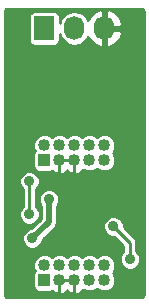
<source format=gbl>
G04 #@! TF.FileFunction,Copper,L2,Bot,Signal*
%FSLAX46Y46*%
G04 Gerber Fmt 4.6, Leading zero omitted, Abs format (unit mm)*
G04 Created by KiCad (PCBNEW (2015-01-02 BZR 5348)-product) date 1/21/2015 12:38:18 AM*
%MOMM*%
G01*
G04 APERTURE LIST*
%ADD10C,0.100000*%
%ADD11R,1.727200X2.032000*%
%ADD12O,1.727200X2.032000*%
%ADD13R,1.016000X1.016000*%
%ADD14C,1.016000*%
%ADD15C,0.889000*%
%ADD16C,0.508000*%
%ADD17C,0.254000*%
G04 APERTURE END LIST*
D10*
D11*
X138430000Y-80899000D03*
D12*
X140970000Y-80899000D03*
X143510000Y-80899000D03*
D13*
X138430000Y-92075000D03*
D14*
X138430000Y-90805000D03*
X139700000Y-92075000D03*
X139700000Y-90805000D03*
X140970000Y-92075000D03*
X140970000Y-90805000D03*
X142240000Y-92075000D03*
X142240000Y-90805000D03*
X143510000Y-92075000D03*
X143510000Y-90805000D03*
D13*
X138430000Y-102235000D03*
D14*
X138430000Y-100965000D03*
X139700000Y-102235000D03*
X139700000Y-100965000D03*
X140970000Y-102235000D03*
X140970000Y-100965000D03*
X142240000Y-102235000D03*
X142240000Y-100965000D03*
X143510000Y-102235000D03*
X143510000Y-100965000D03*
D15*
X138811000Y-95377000D03*
X137414000Y-98679000D03*
X137160000Y-96647000D03*
X137160000Y-93853000D03*
X145669000Y-100457000D03*
X144272000Y-97663000D03*
D16*
X138811000Y-97282000D02*
X137414000Y-98679000D01*
X138811000Y-95377000D02*
X138811000Y-97282000D01*
D17*
X137160000Y-93853000D02*
X137160000Y-96647000D01*
X139700000Y-103632000D02*
X139700000Y-102235000D01*
X139700000Y-102235000D02*
X140970000Y-102235000D01*
X140970000Y-102235000D02*
X140970000Y-103505000D01*
X139700000Y-93599000D02*
X139700000Y-92075000D01*
X139700000Y-92075000D02*
X140970000Y-92075000D01*
X140970000Y-92075000D02*
X140970000Y-93726000D01*
X140081000Y-102235000D02*
X140055600Y-102260400D01*
X145669000Y-99060000D02*
X145669000Y-100457000D01*
X144272000Y-97663000D02*
X145669000Y-99060000D01*
G36*
X139829678Y-92153211D02*
X139714142Y-92268747D01*
X139700000Y-92254605D01*
X139685857Y-92268747D01*
X139506252Y-92089142D01*
X139520395Y-92075000D01*
X139506252Y-92060857D01*
X139685857Y-91881252D01*
X139700000Y-91895395D01*
X139714142Y-91881252D01*
X139817897Y-91985007D01*
X139829678Y-92153211D01*
X139829678Y-92153211D01*
G37*
X139829678Y-92153211D02*
X139714142Y-92268747D01*
X139700000Y-92254605D01*
X139685857Y-92268747D01*
X139506252Y-92089142D01*
X139520395Y-92075000D01*
X139506252Y-92060857D01*
X139685857Y-91881252D01*
X139700000Y-91895395D01*
X139714142Y-91881252D01*
X139817897Y-91985007D01*
X139829678Y-92153211D01*
G36*
X139829678Y-102313211D02*
X139714142Y-102428747D01*
X139700000Y-102414605D01*
X139685857Y-102428747D01*
X139506252Y-102249142D01*
X139520395Y-102235000D01*
X139506252Y-102220857D01*
X139685857Y-102041252D01*
X139700000Y-102055395D01*
X139714142Y-102041252D01*
X139817897Y-102145007D01*
X139829678Y-102313211D01*
X139829678Y-102313211D01*
G37*
X139829678Y-102313211D02*
X139714142Y-102428747D01*
X139700000Y-102414605D01*
X139685857Y-102428747D01*
X139506252Y-102249142D01*
X139520395Y-102235000D01*
X139506252Y-102220857D01*
X139685857Y-102041252D01*
X139700000Y-102055395D01*
X139714142Y-102041252D01*
X139817897Y-102145007D01*
X139829678Y-102313211D01*
G36*
X141163747Y-92089142D02*
X140984142Y-92268747D01*
X140970000Y-92254605D01*
X140955857Y-92268747D01*
X140852102Y-92164992D01*
X140840321Y-91996788D01*
X140955857Y-91881252D01*
X140970000Y-91895395D01*
X140984142Y-91881252D01*
X141163747Y-92060857D01*
X141149605Y-92075000D01*
X141163747Y-92089142D01*
X141163747Y-92089142D01*
G37*
X141163747Y-92089142D02*
X140984142Y-92268747D01*
X140970000Y-92254605D01*
X140955857Y-92268747D01*
X140852102Y-92164992D01*
X140840321Y-91996788D01*
X140955857Y-91881252D01*
X140970000Y-91895395D01*
X140984142Y-91881252D01*
X141163747Y-92060857D01*
X141149605Y-92075000D01*
X141163747Y-92089142D01*
G36*
X141163747Y-102249142D02*
X140984142Y-102428747D01*
X140970000Y-102414605D01*
X140955857Y-102428747D01*
X140852102Y-102324992D01*
X140840321Y-102156788D01*
X140955857Y-102041252D01*
X140970000Y-102055395D01*
X140984142Y-102041252D01*
X141163747Y-102220857D01*
X141149605Y-102235000D01*
X141163747Y-102249142D01*
X141163747Y-102249142D01*
G37*
X141163747Y-102249142D02*
X140984142Y-102428747D01*
X140970000Y-102414605D01*
X140955857Y-102428747D01*
X140852102Y-102324992D01*
X140840321Y-102156788D01*
X140955857Y-102041252D01*
X140970000Y-102055395D01*
X140984142Y-102041252D01*
X141163747Y-102220857D01*
X141149605Y-102235000D01*
X141163747Y-102249142D01*
G36*
X146838200Y-103457548D02*
X146817817Y-103560015D01*
X146786654Y-103606654D01*
X146740015Y-103637817D01*
X146637544Y-103658200D01*
X146545452Y-103658200D01*
X146545452Y-100283458D01*
X146412324Y-99961264D01*
X146227800Y-99776417D01*
X146227800Y-99060000D01*
X146185264Y-98846157D01*
X146185264Y-98846156D01*
X146124697Y-98755512D01*
X146064131Y-98664869D01*
X146064131Y-98664868D01*
X145148225Y-97748963D01*
X145148452Y-97489458D01*
X145015324Y-97167264D01*
X144995184Y-97147088D01*
X144995184Y-81260913D01*
X144995184Y-80537087D01*
X144801954Y-79984680D01*
X144412036Y-79548268D01*
X143884791Y-79294291D01*
X143869026Y-79291642D01*
X143637000Y-79412783D01*
X143637000Y-80772000D01*
X144850924Y-80772000D01*
X144995184Y-80537087D01*
X144995184Y-81260913D01*
X144850924Y-81026000D01*
X143637000Y-81026000D01*
X143637000Y-82385217D01*
X143869026Y-82506358D01*
X143884791Y-82503709D01*
X144412036Y-82249732D01*
X144801954Y-81813320D01*
X144995184Y-81260913D01*
X144995184Y-97147088D01*
X144769032Y-96920542D01*
X144449963Y-96788052D01*
X144449963Y-91888882D01*
X144307188Y-91543341D01*
X144204078Y-91440051D01*
X144306259Y-91338049D01*
X144449637Y-90992758D01*
X144449963Y-90618882D01*
X144307188Y-90273341D01*
X144043049Y-90008741D01*
X143697758Y-89865363D01*
X143383000Y-89865088D01*
X143383000Y-82385217D01*
X143383000Y-81026000D01*
X143363000Y-81026000D01*
X143363000Y-80772000D01*
X143383000Y-80772000D01*
X143383000Y-79412783D01*
X143150974Y-79291642D01*
X143135209Y-79294291D01*
X142607964Y-79548268D01*
X142218046Y-79984680D01*
X142145829Y-80191132D01*
X141885986Y-79802250D01*
X141465728Y-79521442D01*
X140970000Y-79422836D01*
X140474272Y-79521442D01*
X140054014Y-79802250D01*
X139773206Y-80222508D01*
X139733859Y-80420319D01*
X139733859Y-79883000D01*
X139701915Y-79718356D01*
X139606858Y-79573649D01*
X139463355Y-79476784D01*
X139293600Y-79442741D01*
X137566400Y-79442741D01*
X137401756Y-79474685D01*
X137257049Y-79569742D01*
X137160184Y-79713245D01*
X137126141Y-79883000D01*
X137126141Y-81915000D01*
X137158085Y-82079644D01*
X137253142Y-82224351D01*
X137396645Y-82321216D01*
X137566400Y-82355259D01*
X139293600Y-82355259D01*
X139458244Y-82323315D01*
X139602951Y-82228258D01*
X139699816Y-82084755D01*
X139733859Y-81915000D01*
X139733859Y-81377680D01*
X139773206Y-81575492D01*
X140054014Y-81995750D01*
X140474272Y-82276558D01*
X140970000Y-82375164D01*
X141465728Y-82276558D01*
X141885986Y-81995750D01*
X142145829Y-81606867D01*
X142218046Y-81813320D01*
X142607964Y-82249732D01*
X143135209Y-82503709D01*
X143150974Y-82506358D01*
X143383000Y-82385217D01*
X143383000Y-89865088D01*
X143323882Y-89865037D01*
X142978341Y-90007812D01*
X142875051Y-90110921D01*
X142773049Y-90008741D01*
X142427758Y-89865363D01*
X142053882Y-89865037D01*
X141708341Y-90007812D01*
X141605051Y-90110921D01*
X141503049Y-90008741D01*
X141157758Y-89865363D01*
X140783882Y-89865037D01*
X140438341Y-90007812D01*
X140335051Y-90110921D01*
X140233049Y-90008741D01*
X139887758Y-89865363D01*
X139513882Y-89865037D01*
X139168341Y-90007812D01*
X139065051Y-90110921D01*
X138963049Y-90008741D01*
X138617758Y-89865363D01*
X138243882Y-89865037D01*
X137898341Y-90007812D01*
X137633741Y-90271951D01*
X137490363Y-90617242D01*
X137490037Y-90991118D01*
X137603904Y-91266697D01*
X137515784Y-91397245D01*
X137481741Y-91567000D01*
X137481741Y-92583000D01*
X137513685Y-92747644D01*
X137608742Y-92892351D01*
X137752245Y-92989216D01*
X137922000Y-93023259D01*
X138938000Y-93023259D01*
X139102644Y-92991315D01*
X139104710Y-92989957D01*
X139121824Y-93086856D01*
X139553055Y-93231091D01*
X140006657Y-93199322D01*
X140278176Y-93086856D01*
X140308297Y-92916310D01*
X140335000Y-92889608D01*
X140361702Y-92916310D01*
X140391824Y-93086856D01*
X140823055Y-93231091D01*
X141276657Y-93199322D01*
X141548176Y-93086856D01*
X141586313Y-92870921D01*
X141702494Y-92987102D01*
X141785655Y-92903940D01*
X142052242Y-93014637D01*
X142426118Y-93014963D01*
X142771659Y-92872188D01*
X142874948Y-92769078D01*
X142976951Y-92871259D01*
X143322242Y-93014637D01*
X143696118Y-93014963D01*
X144041659Y-92872188D01*
X144306259Y-92608049D01*
X144449637Y-92262758D01*
X144449963Y-91888882D01*
X144449963Y-96788052D01*
X144447072Y-96786852D01*
X144098458Y-96786548D01*
X143776264Y-96919676D01*
X143529542Y-97165968D01*
X143395852Y-97487928D01*
X143395548Y-97836542D01*
X143528676Y-98158736D01*
X143774968Y-98405458D01*
X144096928Y-98539148D01*
X144358113Y-98539375D01*
X145110200Y-99291462D01*
X145110200Y-99776630D01*
X144926542Y-99959968D01*
X144792852Y-100281928D01*
X144792548Y-100630542D01*
X144925676Y-100952736D01*
X145171968Y-101199458D01*
X145493928Y-101333148D01*
X145842542Y-101333452D01*
X146164736Y-101200324D01*
X146411458Y-100954032D01*
X146545148Y-100632072D01*
X146545452Y-100283458D01*
X146545452Y-103658200D01*
X144449963Y-103658200D01*
X144449963Y-102048882D01*
X144307188Y-101703341D01*
X144204078Y-101600051D01*
X144306259Y-101498049D01*
X144449637Y-101152758D01*
X144449963Y-100778882D01*
X144307188Y-100433341D01*
X144043049Y-100168741D01*
X143697758Y-100025363D01*
X143323882Y-100025037D01*
X142978341Y-100167812D01*
X142875051Y-100270921D01*
X142773049Y-100168741D01*
X142427758Y-100025363D01*
X142053882Y-100025037D01*
X141708341Y-100167812D01*
X141605051Y-100270921D01*
X141503049Y-100168741D01*
X141157758Y-100025363D01*
X140783882Y-100025037D01*
X140438341Y-100167812D01*
X140335051Y-100270921D01*
X140233049Y-100168741D01*
X139887758Y-100025363D01*
X139687452Y-100025188D01*
X139687452Y-95203458D01*
X139554324Y-94881264D01*
X139308032Y-94634542D01*
X138986072Y-94500852D01*
X138637458Y-94500548D01*
X138315264Y-94633676D01*
X138068542Y-94879968D01*
X137934852Y-95201928D01*
X137934548Y-95550542D01*
X138067676Y-95872736D01*
X138125200Y-95930360D01*
X138125200Y-96997932D01*
X138036452Y-97086679D01*
X138036452Y-96473458D01*
X137903324Y-96151264D01*
X137718800Y-95966417D01*
X137718800Y-94533369D01*
X137902458Y-94350032D01*
X138036148Y-94028072D01*
X138036452Y-93679458D01*
X137903324Y-93357264D01*
X137657032Y-93110542D01*
X137335072Y-92976852D01*
X136986458Y-92976548D01*
X136664264Y-93109676D01*
X136417542Y-93355968D01*
X136283852Y-93677928D01*
X136283548Y-94026542D01*
X136416676Y-94348736D01*
X136601200Y-94533582D01*
X136601200Y-95966630D01*
X136417542Y-96149968D01*
X136283852Y-96471928D01*
X136283548Y-96820542D01*
X136416676Y-97142736D01*
X136662968Y-97389458D01*
X136984928Y-97523148D01*
X137333542Y-97523452D01*
X137655736Y-97390324D01*
X137902458Y-97144032D01*
X138036148Y-96822072D01*
X138036452Y-96473458D01*
X138036452Y-97086679D01*
X137320514Y-97802617D01*
X137240458Y-97802548D01*
X136918264Y-97935676D01*
X136671542Y-98181968D01*
X136537852Y-98503928D01*
X136537548Y-98852542D01*
X136670676Y-99174736D01*
X136916968Y-99421458D01*
X137238928Y-99555148D01*
X137587542Y-99555452D01*
X137909736Y-99422324D01*
X138156458Y-99176032D01*
X138290148Y-98854072D01*
X138290219Y-98772648D01*
X139295934Y-97766934D01*
X139444596Y-97544445D01*
X139444597Y-97544444D01*
X139496800Y-97282000D01*
X139496800Y-95930591D01*
X139553458Y-95874032D01*
X139687148Y-95552072D01*
X139687452Y-95203458D01*
X139687452Y-100025188D01*
X139513882Y-100025037D01*
X139168341Y-100167812D01*
X139065051Y-100270921D01*
X138963049Y-100168741D01*
X138617758Y-100025363D01*
X138243882Y-100025037D01*
X137898341Y-100167812D01*
X137633741Y-100431951D01*
X137490363Y-100777242D01*
X137490037Y-101151118D01*
X137603904Y-101426697D01*
X137515784Y-101557245D01*
X137481741Y-101727000D01*
X137481741Y-102743000D01*
X137513685Y-102907644D01*
X137608742Y-103052351D01*
X137752245Y-103149216D01*
X137922000Y-103183259D01*
X138938000Y-103183259D01*
X139102644Y-103151315D01*
X139104710Y-103149957D01*
X139121824Y-103246856D01*
X139553055Y-103391091D01*
X140006657Y-103359322D01*
X140278176Y-103246856D01*
X140308297Y-103076310D01*
X140335000Y-103049608D01*
X140361702Y-103076310D01*
X140391824Y-103246856D01*
X140823055Y-103391091D01*
X141276657Y-103359322D01*
X141548176Y-103246856D01*
X141586313Y-103030921D01*
X141702494Y-103147102D01*
X141785655Y-103063940D01*
X142052242Y-103174637D01*
X142426118Y-103174963D01*
X142771659Y-103032188D01*
X142874948Y-102929078D01*
X142976951Y-103031259D01*
X143322242Y-103174637D01*
X143696118Y-103174963D01*
X144041659Y-103032188D01*
X144306259Y-102768049D01*
X144449637Y-102422758D01*
X144449963Y-102048882D01*
X144449963Y-103658200D01*
X135302451Y-103658200D01*
X135199984Y-103637817D01*
X135153345Y-103606654D01*
X135122182Y-103560015D01*
X135101800Y-103457544D01*
X135101800Y-79422455D01*
X135122182Y-79319984D01*
X135153345Y-79273345D01*
X135199984Y-79242182D01*
X135302451Y-79221800D01*
X146637544Y-79221800D01*
X146740015Y-79242182D01*
X146786654Y-79273345D01*
X146817817Y-79319984D01*
X146838200Y-79422451D01*
X146838200Y-103457548D01*
X146838200Y-103457548D01*
G37*
X146838200Y-103457548D02*
X146817817Y-103560015D01*
X146786654Y-103606654D01*
X146740015Y-103637817D01*
X146637544Y-103658200D01*
X146545452Y-103658200D01*
X146545452Y-100283458D01*
X146412324Y-99961264D01*
X146227800Y-99776417D01*
X146227800Y-99060000D01*
X146185264Y-98846157D01*
X146185264Y-98846156D01*
X146124697Y-98755512D01*
X146064131Y-98664869D01*
X146064131Y-98664868D01*
X145148225Y-97748963D01*
X145148452Y-97489458D01*
X145015324Y-97167264D01*
X144995184Y-97147088D01*
X144995184Y-81260913D01*
X144995184Y-80537087D01*
X144801954Y-79984680D01*
X144412036Y-79548268D01*
X143884791Y-79294291D01*
X143869026Y-79291642D01*
X143637000Y-79412783D01*
X143637000Y-80772000D01*
X144850924Y-80772000D01*
X144995184Y-80537087D01*
X144995184Y-81260913D01*
X144850924Y-81026000D01*
X143637000Y-81026000D01*
X143637000Y-82385217D01*
X143869026Y-82506358D01*
X143884791Y-82503709D01*
X144412036Y-82249732D01*
X144801954Y-81813320D01*
X144995184Y-81260913D01*
X144995184Y-97147088D01*
X144769032Y-96920542D01*
X144449963Y-96788052D01*
X144449963Y-91888882D01*
X144307188Y-91543341D01*
X144204078Y-91440051D01*
X144306259Y-91338049D01*
X144449637Y-90992758D01*
X144449963Y-90618882D01*
X144307188Y-90273341D01*
X144043049Y-90008741D01*
X143697758Y-89865363D01*
X143383000Y-89865088D01*
X143383000Y-82385217D01*
X143383000Y-81026000D01*
X143363000Y-81026000D01*
X143363000Y-80772000D01*
X143383000Y-80772000D01*
X143383000Y-79412783D01*
X143150974Y-79291642D01*
X143135209Y-79294291D01*
X142607964Y-79548268D01*
X142218046Y-79984680D01*
X142145829Y-80191132D01*
X141885986Y-79802250D01*
X141465728Y-79521442D01*
X140970000Y-79422836D01*
X140474272Y-79521442D01*
X140054014Y-79802250D01*
X139773206Y-80222508D01*
X139733859Y-80420319D01*
X139733859Y-79883000D01*
X139701915Y-79718356D01*
X139606858Y-79573649D01*
X139463355Y-79476784D01*
X139293600Y-79442741D01*
X137566400Y-79442741D01*
X137401756Y-79474685D01*
X137257049Y-79569742D01*
X137160184Y-79713245D01*
X137126141Y-79883000D01*
X137126141Y-81915000D01*
X137158085Y-82079644D01*
X137253142Y-82224351D01*
X137396645Y-82321216D01*
X137566400Y-82355259D01*
X139293600Y-82355259D01*
X139458244Y-82323315D01*
X139602951Y-82228258D01*
X139699816Y-82084755D01*
X139733859Y-81915000D01*
X139733859Y-81377680D01*
X139773206Y-81575492D01*
X140054014Y-81995750D01*
X140474272Y-82276558D01*
X140970000Y-82375164D01*
X141465728Y-82276558D01*
X141885986Y-81995750D01*
X142145829Y-81606867D01*
X142218046Y-81813320D01*
X142607964Y-82249732D01*
X143135209Y-82503709D01*
X143150974Y-82506358D01*
X143383000Y-82385217D01*
X143383000Y-89865088D01*
X143323882Y-89865037D01*
X142978341Y-90007812D01*
X142875051Y-90110921D01*
X142773049Y-90008741D01*
X142427758Y-89865363D01*
X142053882Y-89865037D01*
X141708341Y-90007812D01*
X141605051Y-90110921D01*
X141503049Y-90008741D01*
X141157758Y-89865363D01*
X140783882Y-89865037D01*
X140438341Y-90007812D01*
X140335051Y-90110921D01*
X140233049Y-90008741D01*
X139887758Y-89865363D01*
X139513882Y-89865037D01*
X139168341Y-90007812D01*
X139065051Y-90110921D01*
X138963049Y-90008741D01*
X138617758Y-89865363D01*
X138243882Y-89865037D01*
X137898341Y-90007812D01*
X137633741Y-90271951D01*
X137490363Y-90617242D01*
X137490037Y-90991118D01*
X137603904Y-91266697D01*
X137515784Y-91397245D01*
X137481741Y-91567000D01*
X137481741Y-92583000D01*
X137513685Y-92747644D01*
X137608742Y-92892351D01*
X137752245Y-92989216D01*
X137922000Y-93023259D01*
X138938000Y-93023259D01*
X139102644Y-92991315D01*
X139104710Y-92989957D01*
X139121824Y-93086856D01*
X139553055Y-93231091D01*
X140006657Y-93199322D01*
X140278176Y-93086856D01*
X140308297Y-92916310D01*
X140335000Y-92889608D01*
X140361702Y-92916310D01*
X140391824Y-93086856D01*
X140823055Y-93231091D01*
X141276657Y-93199322D01*
X141548176Y-93086856D01*
X141586313Y-92870921D01*
X141702494Y-92987102D01*
X141785655Y-92903940D01*
X142052242Y-93014637D01*
X142426118Y-93014963D01*
X142771659Y-92872188D01*
X142874948Y-92769078D01*
X142976951Y-92871259D01*
X143322242Y-93014637D01*
X143696118Y-93014963D01*
X144041659Y-92872188D01*
X144306259Y-92608049D01*
X144449637Y-92262758D01*
X144449963Y-91888882D01*
X144449963Y-96788052D01*
X144447072Y-96786852D01*
X144098458Y-96786548D01*
X143776264Y-96919676D01*
X143529542Y-97165968D01*
X143395852Y-97487928D01*
X143395548Y-97836542D01*
X143528676Y-98158736D01*
X143774968Y-98405458D01*
X144096928Y-98539148D01*
X144358113Y-98539375D01*
X145110200Y-99291462D01*
X145110200Y-99776630D01*
X144926542Y-99959968D01*
X144792852Y-100281928D01*
X144792548Y-100630542D01*
X144925676Y-100952736D01*
X145171968Y-101199458D01*
X145493928Y-101333148D01*
X145842542Y-101333452D01*
X146164736Y-101200324D01*
X146411458Y-100954032D01*
X146545148Y-100632072D01*
X146545452Y-100283458D01*
X146545452Y-103658200D01*
X144449963Y-103658200D01*
X144449963Y-102048882D01*
X144307188Y-101703341D01*
X144204078Y-101600051D01*
X144306259Y-101498049D01*
X144449637Y-101152758D01*
X144449963Y-100778882D01*
X144307188Y-100433341D01*
X144043049Y-100168741D01*
X143697758Y-100025363D01*
X143323882Y-100025037D01*
X142978341Y-100167812D01*
X142875051Y-100270921D01*
X142773049Y-100168741D01*
X142427758Y-100025363D01*
X142053882Y-100025037D01*
X141708341Y-100167812D01*
X141605051Y-100270921D01*
X141503049Y-100168741D01*
X141157758Y-100025363D01*
X140783882Y-100025037D01*
X140438341Y-100167812D01*
X140335051Y-100270921D01*
X140233049Y-100168741D01*
X139887758Y-100025363D01*
X139687452Y-100025188D01*
X139687452Y-95203458D01*
X139554324Y-94881264D01*
X139308032Y-94634542D01*
X138986072Y-94500852D01*
X138637458Y-94500548D01*
X138315264Y-94633676D01*
X138068542Y-94879968D01*
X137934852Y-95201928D01*
X137934548Y-95550542D01*
X138067676Y-95872736D01*
X138125200Y-95930360D01*
X138125200Y-96997932D01*
X138036452Y-97086679D01*
X138036452Y-96473458D01*
X137903324Y-96151264D01*
X137718800Y-95966417D01*
X137718800Y-94533369D01*
X137902458Y-94350032D01*
X138036148Y-94028072D01*
X138036452Y-93679458D01*
X137903324Y-93357264D01*
X137657032Y-93110542D01*
X137335072Y-92976852D01*
X136986458Y-92976548D01*
X136664264Y-93109676D01*
X136417542Y-93355968D01*
X136283852Y-93677928D01*
X136283548Y-94026542D01*
X136416676Y-94348736D01*
X136601200Y-94533582D01*
X136601200Y-95966630D01*
X136417542Y-96149968D01*
X136283852Y-96471928D01*
X136283548Y-96820542D01*
X136416676Y-97142736D01*
X136662968Y-97389458D01*
X136984928Y-97523148D01*
X137333542Y-97523452D01*
X137655736Y-97390324D01*
X137902458Y-97144032D01*
X138036148Y-96822072D01*
X138036452Y-96473458D01*
X138036452Y-97086679D01*
X137320514Y-97802617D01*
X137240458Y-97802548D01*
X136918264Y-97935676D01*
X136671542Y-98181968D01*
X136537852Y-98503928D01*
X136537548Y-98852542D01*
X136670676Y-99174736D01*
X136916968Y-99421458D01*
X137238928Y-99555148D01*
X137587542Y-99555452D01*
X137909736Y-99422324D01*
X138156458Y-99176032D01*
X138290148Y-98854072D01*
X138290219Y-98772648D01*
X139295934Y-97766934D01*
X139444596Y-97544445D01*
X139444597Y-97544444D01*
X139496800Y-97282000D01*
X139496800Y-95930591D01*
X139553458Y-95874032D01*
X139687148Y-95552072D01*
X139687452Y-95203458D01*
X139687452Y-100025188D01*
X139513882Y-100025037D01*
X139168341Y-100167812D01*
X139065051Y-100270921D01*
X138963049Y-100168741D01*
X138617758Y-100025363D01*
X138243882Y-100025037D01*
X137898341Y-100167812D01*
X137633741Y-100431951D01*
X137490363Y-100777242D01*
X137490037Y-101151118D01*
X137603904Y-101426697D01*
X137515784Y-101557245D01*
X137481741Y-101727000D01*
X137481741Y-102743000D01*
X137513685Y-102907644D01*
X137608742Y-103052351D01*
X137752245Y-103149216D01*
X137922000Y-103183259D01*
X138938000Y-103183259D01*
X139102644Y-103151315D01*
X139104710Y-103149957D01*
X139121824Y-103246856D01*
X139553055Y-103391091D01*
X140006657Y-103359322D01*
X140278176Y-103246856D01*
X140308297Y-103076310D01*
X140335000Y-103049608D01*
X140361702Y-103076310D01*
X140391824Y-103246856D01*
X140823055Y-103391091D01*
X141276657Y-103359322D01*
X141548176Y-103246856D01*
X141586313Y-103030921D01*
X141702494Y-103147102D01*
X141785655Y-103063940D01*
X142052242Y-103174637D01*
X142426118Y-103174963D01*
X142771659Y-103032188D01*
X142874948Y-102929078D01*
X142976951Y-103031259D01*
X143322242Y-103174637D01*
X143696118Y-103174963D01*
X144041659Y-103032188D01*
X144306259Y-102768049D01*
X144449637Y-102422758D01*
X144449963Y-102048882D01*
X144449963Y-103658200D01*
X135302451Y-103658200D01*
X135199984Y-103637817D01*
X135153345Y-103606654D01*
X135122182Y-103560015D01*
X135101800Y-103457544D01*
X135101800Y-79422455D01*
X135122182Y-79319984D01*
X135153345Y-79273345D01*
X135199984Y-79242182D01*
X135302451Y-79221800D01*
X146637544Y-79221800D01*
X146740015Y-79242182D01*
X146786654Y-79273345D01*
X146817817Y-79319984D01*
X146838200Y-79422451D01*
X146838200Y-103457548D01*
M02*

</source>
